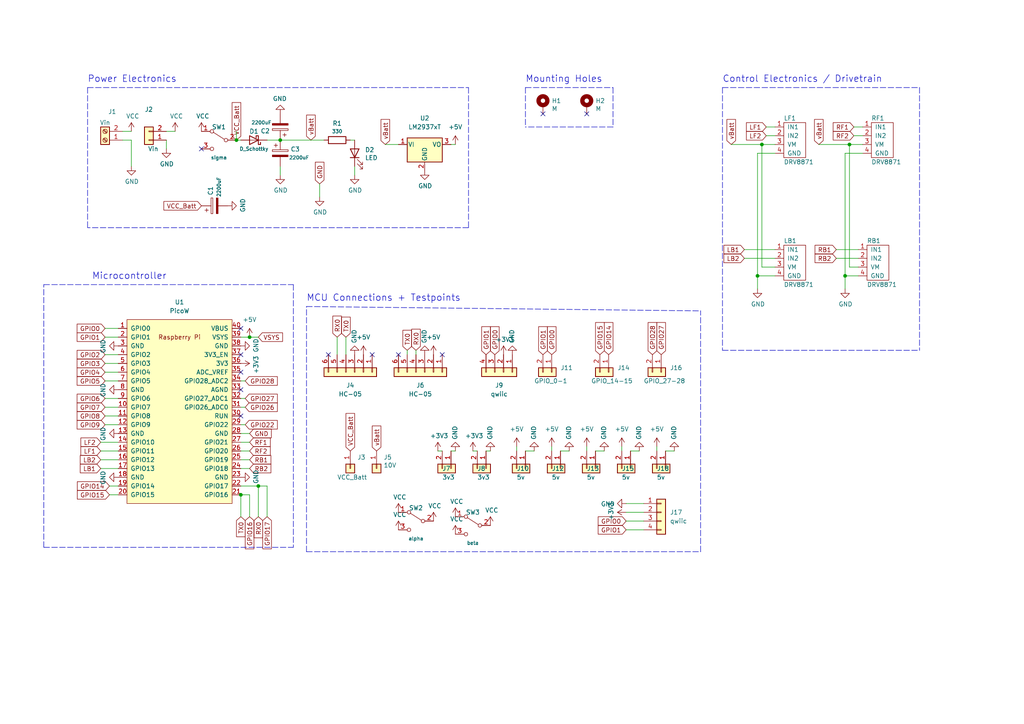
<source format=kicad_sch>
(kicad_sch (version 20211123) (generator eeschema)
  (paper "A4")
  (title_block (title "SDP23_Team5_Coaster") (date "2022-11-22") (rev "v1.0") (company "Qat") (comment 1 "Omar Areiqat") (comment 2 "Referenced from M5 Terrain Buggy"))
  (lib_symbols
    (symbol "Buggy_Components:Adafruit_DRV8871_Breakout" (pin_names (offset 1.016))
      (property "Reference" "A" (at -3.81 6.35 0))
      (property "Value" "Adafruit_DRV8871_Breakout" (at 0 -6.35 0))
      (symbol "Adafruit_DRV8871_Breakout_0_1"
        (rectangle (start -3.81 5.08) (end 2.54 -5.08))
      )
      (symbol "Adafruit_DRV8871_Breakout_1_1"
        (pin input line (at -6.35 3.81 0) (length 2.54) (name "IN1") (number "1"))
        (pin input line (at -6.35 1.27 0) (length 2.54) (name "IN2") (number "2"))
        (pin power_in line (at -6.35 -1.27 0) (length 2.54) (name "VM") (number "3"))
        (pin power_in line (at -6.35 -3.81 0) (length 2.54) (name "GND") (number "4"))
      )
    )
    (symbol "Connector:Screw_Terminal_01x02" (pin_names (offset 1.016) hide)
      (property "Reference" "J" (at 0 2.54 0))
      (property "Value" "Screw_Terminal_01x02" (at 0 -5.08 0))
      (symbol "Screw_Terminal_01x02_1_1"
        (rectangle (start -1.27 1.27) (end 1.27 -3.81) (stroke (width 0.254)) (fill (type background)))
        (circle (center 0 -2.54) (radius 0.635) (stroke (width 0.1524)))
        (polyline (pts (xy -0.5334 -2.2098) (xy 0.3302 -3.048)) (stroke (width 0.1524)))
        (polyline (pts (xy -0.5334 0.3302) (xy 0.3302 -0.508)) (stroke (width 0.1524)))
        (polyline (pts (xy -0.3556 -2.032) (xy 0.508 -2.8702)) (stroke (width 0.1524)))
        (polyline (pts (xy -0.3556 0.508) (xy 0.508 -0.3302)) (stroke (width 0.1524)))
        (circle (center 0 0) (radius 0.635) (stroke (width 0.1524)))
        (pin passive line (at -5.08 0 0) (length 3.81) (name "Pin_1") (number "1"))
        (pin passive line (at -5.08 -2.54 0) (length 3.81) (name "Pin_2") (number "2"))
      )
    )
    (symbol "Connector_Generic:Conn_01x01" (pin_names (offset 1.016) hide)
      (property "Reference" "J" (at 0 2.54 0))
      (property "Value" "Conn_01x01" (at 0 -2.54 0))
      (symbol "Conn_01x01_1_1"
        (rectangle (start -1.27 0.127) (end 0 -0.127) (stroke (width 0.1524)))
        (rectangle (start -1.27 1.27) (end 1.27 -1.27) (stroke (width 0.254)) (fill (type background)))
        (pin passive line (at -5.08 0 0) (length 3.81) (name "Pin_1") (number "1"))
      )
    )
    (symbol "Connector_Generic:Conn_01x02" (pin_names (offset 1.016) hide)
      (property "Reference" "J" (at 0 2.54 0))
      (property "Value" "Conn_01x02" (at 0 -5.08 0))
      (symbol "Conn_01x02_1_1"
        (rectangle (start -1.27 -2.413) (end 0 -2.667) (stroke (width 0.1524)))
        (rectangle (start -1.27 0.127) (end 0 -0.127) (stroke (width 0.1524)))
        (rectangle (start -1.27 1.27) (end 1.27 -3.81) (stroke (width 0.254)) (fill (type background)))
        (pin passive line (at -5.08 0 0) (length 3.81) (name "Pin_1") (number "1"))
        (pin passive line (at -5.08 -2.54 0) (length 3.81) (name "Pin_2") (number "2"))
      )
    )
    (symbol "Connector_Generic:Conn_01x04" (pin_names (offset 1.016) hide)
      (property "Reference" "J" (at 0 5.08 0))
      (property "Value" "Conn_01x04" (at 0 -7.62 0))
      (symbol "Conn_01x04_1_1"
        (rectangle (start -1.27 -4.953) (end 0 -5.207) (stroke (width 0.1524)))
        (rectangle (start -1.27 -2.413) (end 0 -2.667) (stroke (width 0.1524)))
        (rectangle (start -1.27 0.127) (end 0 -0.127) (stroke (width 0.1524)))
        (rectangle (start -1.27 2.667) (end 0 2.413) (stroke (width 0.1524)))
        (rectangle (start -1.27 3.81) (end 1.27 -6.35) (stroke (width 0.254)) (fill (type background)))
        (pin passive line (at -5.08 2.54 0) (length 3.81) (name "Pin_1") (number "1"))
        (pin passive line (at -5.08 0 0) (length 3.81) (name "Pin_2") (number "2"))
        (pin passive line (at -5.08 -2.54 0) (length 3.81) (name "Pin_3") (number "3"))
        (pin passive line (at -5.08 -5.08 0) (length 3.81) (name "Pin_4") (number "4"))
      )
    )
    (symbol "Connector_Generic:Conn_01x06" (pin_names (offset 1.016) hide)
      (property "Reference" "J" (at 0 7.62 0))
      (property "Value" "Conn_01x06" (at 0 -10.16 0))
      (symbol "Conn_01x06_1_1"
        (rectangle (start -1.27 -7.493) (end 0 -7.747) (stroke (width 0.1524)))
        (rectangle (start -1.27 -4.953) (end 0 -5.207) (stroke (width 0.1524)))
        (rectangle (start -1.27 -2.413) (end 0 -2.667) (stroke (width 0.1524)))
        (rectangle (start -1.27 0.127) (end 0 -0.127) (stroke (width 0.1524)))
        (rectangle (start -1.27 2.667) (end 0 2.413) (stroke (width 0.1524)))
        (rectangle (start -1.27 5.207) (end 0 4.953) (stroke (width 0.1524)))
        (rectangle (start -1.27 6.35) (end 1.27 -8.89) (stroke (width 0.254)) (fill (type background)))
        (pin passive line (at -5.08 5.08 0) (length 3.81) (name "Pin_1") (number "1"))
        (pin passive line (at -5.08 2.54 0) (length 3.81) (name "Pin_2") (number "2"))
        (pin passive line (at -5.08 0 0) (length 3.81) (name "Pin_3") (number "3"))
        (pin passive line (at -5.08 -2.54 0) (length 3.81) (name "Pin_4") (number "4"))
        (pin passive line (at -5.08 -5.08 0) (length 3.81) (name "Pin_5") (number "5"))
        (pin passive line (at -5.08 -7.62 0) (length 3.81) (name "Pin_6") (number "6"))
      )
    )
    (symbol "Device:D_Schottky" (pin_numbers hide) (pin_names (offset 1.016) hide)
      (property "Reference" "D" (at 0 2.54 0))
      (property "Value" "D_Schottky" (at 0 -2.54 0))
      (symbol "D_Schottky_0_1"
        (polyline (pts (xy 1.27 0) (xy -1.27 0)))
        (polyline (pts (xy 1.27 1.27) (xy 1.27 -1.27) (xy -1.27 0) (xy 1.27 1.27)) (stroke (width 0.254)))
        (polyline (pts (xy -1.905 0.635) (xy -1.905 1.27) (xy -1.27 1.27) (xy -1.27 -1.27) (xy -0.635 -1.27) (xy -0.635 -0.635)) (stroke (width 0.254)))
      )
      (symbol "D_Schottky_1_1"
        (pin passive line (at -3.81 0 0) (length 2.54) (name "K") (number "1"))
        (pin passive line (at 3.81 0 180) (length 2.54) (name "A") (number "2"))
      )
    )
    (symbol "Device:LED" (pin_numbers hide) (pin_names (offset 1.016) hide)
      (property "Reference" "D" (at 0 2.54 0))
      (property "Value" "LED" (at 0 -2.54 0))
      (symbol "LED_0_1"
        (polyline (pts (xy -1.27 -1.27) (xy -1.27 1.27)) (stroke (width 0.254)))
        (polyline (pts (xy -1.27 0) (xy 1.27 0)))
        (polyline (pts (xy 1.27 -1.27) (xy 1.27 1.27) (xy -1.27 0) (xy 1.27 -1.27)) (stroke (width 0.254)))
        (polyline (pts (xy -3.048 -0.762) (xy -4.572 -2.286) (xy -3.81 -2.286) (xy -4.572 -2.286) (xy -4.572 -1.524)))
        (polyline (pts (xy -1.778 -0.762) (xy -3.302 -2.286) (xy -2.54 -2.286) (xy -3.302 -2.286) (xy -3.302 -1.524)))
      )
      (symbol "LED_1_1"
        (pin passive line (at -3.81 0 0) (length 2.54) (name "K") (number "1"))
        (pin passive line (at 3.81 0 180) (length 2.54) (name "A") (number "2"))
      )
    )
    (symbol "Device:R" (pin_numbers hide) (pin_names (offset 0))
      (property "Reference" "R" (at 2.032 0 90))
      (property "Value" "R" (at 0 0 90))
      (symbol "R_0_1"
        (rectangle (start -1.016 -2.54) (end 1.016 2.54) (stroke (width 0.254)))
      )
      (symbol "R_1_1"
        (pin passive line (at 0 3.81 270) (length 1.27) (name "~") (number "1"))
        (pin passive line (at 0 -3.81 90) (length 1.27) (name "~") (number "2"))
      )
    )
    (symbol "M5_BuggyProject-rescue:+3.3V-power" (power) (pin_names (offset 0))
      (property "Value" "+3.3V-power" (at 0 3.556 0))
      (symbol "+3.3V-power_0_1"
        (polyline (pts (xy -0.762 1.27) (xy 0 2.54)))
        (polyline (pts (xy 0 0) (xy 0 2.54)))
        (polyline (pts (xy 0 2.54) (xy 0.762 1.27)))
      )
      (symbol "+3.3V-power_1_1"
        (pin power_in line (at 0 0 90) (length 0) hide (name "+3V3") (number "1"))
      )
    )
    (symbol "M5_BuggyProject-rescue:CP-Device" (pin_numbers hide) (pin_names (offset 0.254))
      (property "Reference" "C" (at 0.635 2.54 0))
      (property "Value" "CP-Device" (at 0.635 -2.54 0))
      (symbol "CP-Device_0_1"
        (rectangle (start -2.286 0.508) (end 2.286 1.016))
        (polyline (pts (xy -1.778 2.286) (xy -0.762 2.286)))
        (polyline (pts (xy -1.27 2.794) (xy -1.27 1.778)))
        (rectangle (start 2.286 -0.508) (end -2.286 -1.016) (fill (type outline)))
      )
      (symbol "CP-Device_1_1"
        (pin passive line (at 0 3.81 270) (length 2.794) (name "~") (number "1"))
        (pin passive line (at 0 -3.81 90) (length 2.794) (name "~") (number "2"))
      )
    )
    (symbol "Mechanical:MountingHole_Pad" (pin_numbers hide) (pin_names (offset 1.016) hide)
      (property "Reference" "H" (at 0 6.35 0))
      (property "Value" "MountingHole_Pad" (at 0 4.445 0))
      (symbol "MountingHole_Pad_0_1"
        (circle (center 0 1.27) (radius 1.27) (stroke (width 1.27)))
      )
      (symbol "MountingHole_Pad_1_1"
        (pin input line (at 0 -2.54 90) (length 2.54) (name "1") (number "1"))
      )
    )
    (symbol "RPi_Pico:PicoW" (pin_names (offset 1.016))
      (property "Reference" "U1" (at 0 31.75 0))
      (property "Value" "PicoW" (at 0 29.21 0))
      (symbol "PicoW_0_0"
        (text "Raspberry Pi" (at 0 21.59 0) (effects (font (size 1.27 1.27))))
      )
      (symbol "PicoW_0_1"
        (rectangle (start -15.24 26.67) (end 15.24 -26.67) (fill (type background)))
      )
      (symbol "PicoW_1_1"
        (pin bidirectional line (at -17.78 24.13 0) (length 2.54) (name "GPIO0") (number "1"))
        (pin bidirectional line (at -17.78 1.27 0) (length 2.54) (name "GPIO7") (number "10"))
        (pin bidirectional line (at -17.78 -1.27 0) (length 2.54) (name "GPIO8") (number "11"))
        (pin bidirectional line (at -17.78 -3.81 0) (length 2.54) (name "GPIO9") (number "12"))
        (pin power_in line (at -17.78 -6.35 0) (length 2.54) (name "GND") (number "13"))
        (pin bidirectional line (at -17.78 -8.89 0) (length 2.54) (name "GPIO10") (number "14"))
        (pin bidirectional line (at -17.78 -11.43 0) (length 2.54) (name "GPIO11") (number "15"))
        (pin bidirectional line (at -17.78 -13.97 0) (length 2.54) (name "GPIO12") (number "16"))
        (pin bidirectional line (at -17.78 -16.51 0) (length 2.54) (name "GPIO13") (number "17"))
        (pin power_in line (at -17.78 -19.05 0) (length 2.54) (name "GND") (number "18"))
        (pin bidirectional line (at -17.78 -21.59 0) (length 2.54) (name "GPIO14") (number "19"))
        (pin bidirectional line (at -17.78 21.59 0) (length 2.54) (name "GPIO1") (number "2"))
        (pin bidirectional line (at -17.78 -24.13 0) (length 2.54) (name "GPIO15") (number "20"))
        (pin bidirectional line (at 17.78 -24.13 180) (length 2.54) (name "GPIO16") (number "21"))
        (pin bidirectional line (at 17.78 -21.59 180) (length 2.54) (name "GPIO17") (number "22"))
        (pin power_in line (at 17.78 -19.05 180) (length 2.54) (name "GND") (number "23"))
        (pin bidirectional line (at 17.78 -16.51 180) (length 2.54) (name "GPIO18") (number "24"))
        (pin bidirectional line (at 17.78 -13.97 180) (length 2.54) (name "GPIO19") (number "25"))
        (pin bidirectional line (at 17.78 -11.43 180) (length 2.54) (name "GPIO20") (number "26"))
        (pin bidirectional line (at 17.78 -8.89 180) (length 2.54) (name "GPIO21") (number "27"))
        (pin power_in line (at 17.78 -6.35 180) (length 2.54) (name "GND") (number "28"))
        (pin bidirectional line (at 17.78 -3.81 180) (length 2.54) (name "GPIO22") (number "29"))
        (pin power_in line (at -17.78 19.05 0) (length 2.54) (name "GND") (number "3"))
        (pin input line (at 17.78 -1.27 180) (length 2.54) (name "RUN") (number "30"))
        (pin bidirectional line (at 17.78 1.27 180) (length 2.54) (name "GPIO26_ADC0") (number "31"))
        (pin bidirectional line (at 17.78 3.81 180) (length 2.54) (name "GPIO27_ADC1") (number "32"))
        (pin power_in line (at 17.78 6.35 180) (length 2.54) (name "AGND") (number "33"))
        (pin bidirectional line (at 17.78 8.89 180) (length 2.54) (name "GPIO28_ADC2") (number "34"))
        (pin unspecified line (at 17.78 11.43 180) (length 2.54) (name "ADC_VREF") (number "35"))
        (pin unspecified line (at 17.78 13.97 180) (length 2.54) (name "3V3") (number "36"))
        (pin input line (at 17.78 16.51 180) (length 2.54) (name "3V3_EN") (number "37"))
        (pin bidirectional line (at 17.78 19.05 180) (length 2.54) (name "GND") (number "38"))
        (pin unspecified line (at 17.78 21.59 180) (length 2.54) (name "VSYS") (number "39"))
        (pin bidirectional line (at -17.78 16.51 0) (length 2.54) (name "GPIO2") (number "4"))
        (pin unspecified line (at 17.78 24.13 180) (length 2.54) (name "VBUS") (number "40"))
        (pin bidirectional line (at -17.78 13.97 0) (length 2.54) (name "GPIO3") (number "5"))
        (pin bidirectional line (at -17.78 11.43 0) (length 2.54) (name "GPIO4") (number "6"))
        (pin bidirectional line (at -17.78 8.89 0) (length 2.54) (name "GPIO5") (number "7"))
        (pin power_in line (at -17.78 6.35 0) (length 2.54) (name "GND") (number "8"))
        (pin bidirectional line (at -17.78 3.81 0) (length 2.54) (name "GPIO6") (number "9"))
      )
    )
    (symbol "Regulator_Linear:LM2937xT" (pin_names (offset 0.254))
      (property "Reference" "U" (at -3.81 3.175 0))
      (property "Value" "LM2937xT" (at 0 3.175 0))
      (symbol "LM2937xT_0_1"
        (rectangle (start -5.08 1.905) (end 5.08 -5.08) (stroke (width 0.254)) (fill (type background)))
      )
      (symbol "LM2937xT_1_1"
        (pin power_in line (at -7.62 0 0) (length 2.54) (name "VI") (number "1"))
        (pin power_in line (at 0 -7.62 90) (length 2.54) (name "GND") (number "2"))
        (pin power_out line (at 7.62 0 180) (length 2.54) (name "VO") (number "3"))
      )
    )
    (symbol "Switch:SW_SPDT" (pin_names (offset 0) hide)
      (property "Reference" "SW" (at 0 4.318 0))
      (property "Value" "SW_SPDT" (at 0 -5.08 0))
      (symbol "SW_SPDT_0_0"
        (circle (center -2.032 0) (radius 0.508))
        (circle (center 2.032 -2.54) (radius 0.508))
      )
      (symbol "SW_SPDT_0_1"
        (polyline (pts (xy -1.524 0.254) (xy 1.651 2.286)))
        (circle (center 2.032 2.54) (radius 0.508))
      )
      (symbol "SW_SPDT_1_1"
        (pin passive line (at 5.08 2.54 180) (length 2.54) (name "A") (number "1"))
        (pin passive line (at -5.08 0 0) (length 2.54) (name "B") (number "2"))
        (pin passive line (at 5.08 -2.54 180) (length 2.54) (name "C") (number "3"))
      )
    )
    (symbol "power:+5V" (power) (pin_names (offset 0))
      (property "Value" "+5V" (at 0 3.556 0))
      (symbol "+5V_0_1"
        (polyline (pts (xy -0.762 1.27) (xy 0 2.54)))
        (polyline (pts (xy 0 0) (xy 0 2.54)))
        (polyline (pts (xy 0 2.54) (xy 0.762 1.27)))
      )
      (symbol "+5V_1_1"
        (pin power_in line (at 0 0 90) (length 0) hide (name "+5V") (number "1"))
      )
    )
    (symbol "power:GND" (power) (pin_names (offset 0))
      (property "Value" "GND" (at 0 -3.81 0))
      (symbol "GND_0_1"
        (polyline (pts (xy 0 0) (xy 0 -1.27) (xy 1.27 -1.27) (xy 0 -2.54) (xy -1.27 -1.27) (xy 0 -1.27)))
      )
      (symbol "GND_1_1"
        (pin power_in line (at 0 0 270) (length 0) hide (name "GND") (number "1"))
      )
    )
    (symbol "power:VCC" (power) (pin_names (offset 0))
      (property "Value" "VCC" (at 0 3.81 0))
      (symbol "VCC_0_1"
        (polyline (pts (xy -0.762 1.27) (xy 0 2.54)))
        (polyline (pts (xy 0 0) (xy 0 2.54)))
        (polyline (pts (xy 0 2.54) (xy 0.762 1.27)))
      )
      (symbol "VCC_1_1"
        (pin power_in line (at 0 0 90) (length 0) hide (name "VCC") (number "1"))
      )
    )
  )
  (junction (at 220.98 41.91))
  (junction (at 74.93 140.97))
  (junction (at 219.71 80.01))
  (junction (at 81.28 40.64))
  (junction (at 68.58 40.64))
  (junction (at 72.39 97.79))
  (junction (at 245.11 80.01))
  (junction (at 69.85 143.51))
  (junction (at 246.38 41.91))
  (no_connect (at 69.85 113.03))
  (no_connect (at 170.18 33.02))
  (no_connect (at 95.25 102.87))
  (no_connect (at 128.27 102.87))
  (no_connect (at 58.42 43.18))
  (no_connect (at 157.48 33.02))
  (no_connect (at 107.95 102.87))
  (no_connect (at 115.57 102.87))
  (no_connect (at 69.85 107.95))
  (no_connect (at 69.85 95.25))
  (no_connect (at 69.85 120.65))
  (no_connect (at 69.85 102.87))
  (wire (pts (xy 69.85 97.79) (xy 72.39 97.79)))
  (wire (pts (xy 92.71 53.34) (xy 92.71 57.15)))
  (wire (pts (xy 29.21 135.89) (xy 34.29 135.89)))
  (wire (pts (xy 127 130.81) (xy 128.27 130.81)))
  (wire (pts (xy 246.38 41.91) (xy 246.38 77.47)))
  (wire (pts (xy 181.61 153.67) (xy 186.69 153.67)))
  (polyline (pts (xy 25.4 25.4) (xy 25.4 66.04)))
  (wire (pts (xy 74.93 140.97) (xy 69.85 140.97)))
  (wire (pts (xy 29.21 128.27) (xy 34.29 128.27)))
  (polyline (pts (xy 177.8 25.4) (xy 177.8 36.83)))
  (wire (pts (xy 224.79 36.83) (xy 222.25 36.83)))
  (wire (pts (xy 30.48 95.25) (xy 34.29 95.25)))
  (wire (pts (xy 120.65 101.6) (xy 120.65 102.87)))
  (wire (pts (xy 72.39 130.81) (xy 69.85 130.81)))
  (wire (pts (xy 154.94 130.81) (xy 152.4 130.81)))
  (wire (pts (xy 175.26 130.81) (xy 172.72 130.81)))
  (wire (pts (xy 250.19 41.91) (xy 246.38 41.91)))
  (wire (pts (xy 69.85 143.51) (xy 69.85 149.86)))
  (wire (pts (xy 35.56 38.1) (xy 38.1 38.1)))
  (wire (pts (xy 245.11 44.45) (xy 245.11 80.01)))
  (wire (pts (xy 160.02 129.54) (xy 160.02 130.81)))
  (wire (pts (xy 30.48 102.87) (xy 34.29 102.87)))
  (wire (pts (xy 250.19 36.83) (xy 247.65 36.83)))
  (wire (pts (xy 48.26 43.18) (xy 48.26 40.64)))
  (wire (pts (xy 72.39 143.51) (xy 69.85 143.51)))
  (wire (pts (xy 242.57 72.39) (xy 248.92 72.39)))
  (polyline (pts (xy 209.55 25.4) (xy 266.7 25.4)))
  (polyline (pts (xy 135.89 66.04) (xy 25.4 66.04)))
  (wire (pts (xy 102.87 48.26) (xy 102.87 50.8)))
  (wire (pts (xy 215.9 72.39) (xy 224.79 72.39)))
  (wire (pts (xy 215.9 74.93) (xy 224.79 74.93)))
  (wire (pts (xy 72.39 125.73) (xy 69.85 125.73)))
  (polyline (pts (xy 177.8 36.83) (xy 152.4 36.83)))
  (polyline (pts (xy 152.4 25.4) (xy 152.4 36.83)))
  (wire (pts (xy 71.12 115.57) (xy 69.85 115.57)))
  (wire (pts (xy 237.49 41.91) (xy 246.38 41.91)))
  (wire (pts (xy 72.39 149.86) (xy 72.39 143.51)))
  (wire (pts (xy 77.47 149.86) (xy 77.47 140.97)))
  (wire (pts (xy 81.28 40.64) (xy 93.98 40.64)))
  (wire (pts (xy 69.85 40.64) (xy 68.58 40.64)))
  (polyline (pts (xy 135.89 25.4) (xy 135.89 66.04)))
  (wire (pts (xy 35.56 40.64) (xy 38.1 40.64)))
  (wire (pts (xy 72.39 128.27) (xy 69.85 128.27)))
  (wire (pts (xy 71.12 110.49) (xy 69.85 110.49)))
  (wire (pts (xy 185.42 130.81) (xy 182.88 130.81)))
  (wire (pts (xy 219.71 80.01) (xy 224.79 80.01)))
  (wire (pts (xy 224.79 41.91) (xy 220.98 41.91)))
  (wire (pts (xy 31.75 143.51) (xy 34.29 143.51)))
  (wire (pts (xy 137.16 130.81) (xy 138.43 130.81)))
  (wire (pts (xy 29.21 133.35) (xy 34.29 133.35)))
  (wire (pts (xy 111.76 41.91) (xy 115.57 41.91)))
  (wire (pts (xy 132.08 41.91) (xy 130.81 41.91)))
  (wire (pts (xy 77.47 140.97) (xy 74.93 140.97)))
  (wire (pts (xy 30.48 107.95) (xy 34.29 107.95)))
  (wire (pts (xy 30.48 97.79) (xy 34.29 97.79)))
  (wire (pts (xy 71.12 118.11) (xy 69.85 118.11)))
  (wire (pts (xy 30.48 115.57) (xy 34.29 115.57)))
  (wire (pts (xy 181.61 146.05) (xy 186.69 146.05)))
  (wire (pts (xy 246.38 77.47) (xy 248.92 77.47)))
  (polyline (pts (xy 12.7 158.75) (xy 12.7 82.55)))
  (wire (pts (xy 74.93 149.86) (xy 74.93 140.97)))
  (wire (pts (xy 220.98 77.47) (xy 224.79 77.47)))
  (wire (pts (xy 149.86 129.54) (xy 149.86 130.81)))
  (wire (pts (xy 68.58 40.64) (xy 68.58 38.1)))
  (wire (pts (xy 29.21 130.81) (xy 34.29 130.81)))
  (wire (pts (xy 38.1 40.64) (xy 38.1 48.26)))
  (wire (pts (xy 250.19 44.45) (xy 245.11 44.45)))
  (wire (pts (xy 181.61 148.59) (xy 186.69 148.59)))
  (polyline (pts (xy 209.55 25.4) (xy 209.55 101.6)))
  (polyline (pts (xy 12.7 82.55) (xy 85.09 82.55)))
  (polyline (pts (xy 88.9 88.9) (xy 203.2 90.17)))
  (wire (pts (xy 72.39 135.89) (xy 69.85 135.89)))
  (wire (pts (xy 224.79 39.37) (xy 222.25 39.37)))
  (wire (pts (xy 77.47 40.64) (xy 81.28 40.64)))
  (wire (pts (xy 219.71 80.01) (xy 219.71 83.82)))
  (wire (pts (xy 132.08 130.81) (xy 130.81 130.81)))
  (wire (pts (xy 30.48 123.19) (xy 34.29 123.19)))
  (wire (pts (xy 224.79 44.45) (xy 219.71 44.45)))
  (wire (pts (xy 30.48 120.65) (xy 34.29 120.65)))
  (wire (pts (xy 170.18 129.54) (xy 170.18 130.81)))
  (wire (pts (xy 71.12 123.19) (xy 69.85 123.19)))
  (polyline (pts (xy 88.9 160.02) (xy 203.2 160.02)))
  (wire (pts (xy 180.34 129.54) (xy 180.34 130.81)))
  (wire (pts (xy 245.11 80.01) (xy 248.92 80.01)))
  (wire (pts (xy 31.75 140.97) (xy 34.29 140.97)))
  (polyline (pts (xy 266.7 25.4) (xy 266.7 101.6)))
  (wire (pts (xy 219.71 44.45) (xy 219.71 80.01)))
  (wire (pts (xy 250.19 39.37) (xy 247.65 39.37)))
  (wire (pts (xy 97.79 97.79) (xy 97.79 102.87)))
  (polyline (pts (xy 12.7 158.75) (xy 85.09 158.75)))
  (wire (pts (xy 30.48 118.11) (xy 34.29 118.11)))
  (wire (pts (xy 118.11 101.6) (xy 118.11 102.87)))
  (wire (pts (xy 30.48 105.41) (xy 34.29 105.41)))
  (wire (pts (xy 245.11 80.01) (xy 245.11 83.82)))
  (wire (pts (xy 212.09 41.91) (xy 220.98 41.91)))
  (polyline (pts (xy 25.4 25.4) (xy 135.89 25.4)))
  (polyline (pts (xy 85.09 82.55) (xy 85.09 158.75)))
  (wire (pts (xy 72.39 133.35) (xy 69.85 133.35)))
  (wire (pts (xy 102.87 40.64) (xy 101.6 40.64)))
  (polyline (pts (xy 209.55 101.6) (xy 266.7 101.6)))
  (wire (pts (xy 242.57 74.93) (xy 248.92 74.93)))
  (wire (pts (xy 220.98 41.91) (xy 220.98 77.47)))
  (wire (pts (xy 100.33 97.79) (xy 100.33 102.87)))
  (wire (pts (xy 181.61 151.13) (xy 186.69 151.13)))
  (wire (pts (xy 142.24 130.81) (xy 140.97 130.81)))
  (wire (pts (xy 72.39 97.79) (xy 74.93 97.79)))
  (wire (pts (xy 190.5 129.54) (xy 190.5 130.81)))
  (wire (pts (xy 30.48 110.49) (xy 34.29 110.49)))
  (wire (pts (xy 81.28 48.26) (xy 81.28 50.8)))
  (wire (pts (xy 195.58 130.81) (xy 193.04 130.81)))
  (polyline (pts (xy 203.2 160.02) (xy 203.2 90.17)))
  (wire (pts (xy 165.1 130.81) (xy 162.56 130.81)))
  (polyline (pts (xy 88.9 160.02) (xy 88.9 88.9)))
  (wire (pts (xy 50.8 38.1) (xy 48.26 38.1)))
  (polyline (pts (xy 152.4 25.4) (xy 177.8 25.4)))
  (text "MCU Connections + Testpoints" (at 88.9 87.63 0) (effects (font (size 1.905 1.905)) (justify left bottom)))
  (text "Control Electronics / Drivetrain" (at 209.55 24.13 0) (effects (font (size 1.905 1.905)) (justify left bottom)))
  (text "Power Electronics\n" (at 25.4 24.13 0) (effects (font (size 1.905 1.905)) (justify left bottom)))
  (text "Mounting Holes" (at 152.4 24.13 0) (effects (font (size 1.905 1.905)) (justify left bottom)))
  (text "Microcontroller" (at 26.67 81.28 0) (effects (font (size 1.905 1.905)) (justify left bottom)))
  (global_label "GPIO26" (shape input) (at 71.12 118.11 0) (property "Intersheet References" "${INTERSHEET_REFS}" (effects hide)))
  (global_label "GPIO14" (shape input) (at 176.53 102.87 90) (property "Intersheet References" "${INTERSHEET_REFS}" (effects hide)))
  (global_label "vBatt" (shape input) (at 111.76 41.91 90) (property "Intersheet References" "${INTERSHEET_REFS}" (effects hide)))
  (global_label "GPIO1" (shape input) (at 30.48 97.79 180) (property "Intersheet References" "${INTERSHEET_REFS}" (effects hide)))
  (global_label "GPIO28" (shape input) (at 71.12 110.49 0) (property "Intersheet References" "${INTERSHEET_REFS}" (effects hide)))
  (global_label "TX0" (shape input) (at 118.11 101.6 90) (property "Intersheet References" "${INTERSHEET_REFS}" (effects hide)))
  (global_label "LF2" (shape input) (at 222.25 39.37 180) (property "Intersheet References" "${INTERSHEET_REFS}" (effects hide)))
  (global_label "VCC_Batt" (shape input) (at 58.42 59.69 180) (property "Intersheet References" "${INTERSHEET_REFS}" (effects hide)))
  (global_label "RF2" (shape input) (at 72.39 130.81 0) (property "Intersheet References" "${INTERSHEET_REFS}" (effects hide)))
  (global_label "GPIO5" (shape input) (at 30.48 110.49 180) (property "Intersheet References" "${INTERSHEET_REFS}" (effects hide)))
  (global_label "RB1" (shape input) (at 72.39 133.35 0) (property "Intersheet References" "${INTERSHEET_REFS}" (effects hide)))
  (global_label "VSYS" (shape input) (at 74.93 97.79 0) (property "Intersheet References" "${INTERSHEET_REFS}" (effects hide)))
  (global_label "GPIO1" (shape input) (at 181.61 153.67 180) (property "Intersheet References" "${INTERSHEET_REFS}" (effects hide)))
  (global_label "GPIO0" (shape input) (at 181.61 151.13 180) (property "Intersheet References" "${INTERSHEET_REFS}" (effects hide)))
  (global_label "RB2" (shape input) (at 242.57 74.93 180) (property "Intersheet References" "${INTERSHEET_REFS}" (effects hide)))
  (global_label "GND" (shape input) (at 92.71 53.34 90) (property "Intersheet References" "${INTERSHEET_REFS}" (effects hide)))
  (global_label "GPIO9" (shape input) (at 30.48 123.19 180) (property "Intersheet References" "${INTERSHEET_REFS}" (effects hide)))
  (global_label "LF1" (shape input) (at 222.25 36.83 180) (property "Intersheet References" "${INTERSHEET_REFS}" (effects hide)))
  (global_label "GPIO27" (shape input) (at 191.77 102.87 90) (property "Intersheet References" "${INTERSHEET_REFS}" (effects hide)))
  (global_label "GPIO0" (shape input) (at 160.02 102.87 90) (property "Intersheet References" "${INTERSHEET_REFS}" (effects hide)))
  (global_label "GPIO4" (shape input) (at 30.48 107.95 180) (property "Intersheet References" "${INTERSHEET_REFS}" (effects hide)))
  (global_label "TX0" (shape input) (at 69.85 149.86 270) (property "Intersheet References" "${INTERSHEET_REFS}" (effects hide)))
  (global_label "RF2" (shape input) (at 247.65 39.37 180) (property "Intersheet References" "${INTERSHEET_REFS}" (effects hide)))
  (global_label "LB1" (shape input) (at 29.21 135.89 180) (property "Intersheet References" "${INTERSHEET_REFS}" (effects hide)))
  (global_label "RB1" (shape input) (at 242.57 72.39 180) (property "Intersheet References" "${INTERSHEET_REFS}" (effects hide)))
  (global_label "RX0" (shape input) (at 97.79 97.79 90) (property "Intersheet References" "${INTERSHEET_REFS}" (effects hide)))
  (global_label "GPIO27" (shape input) (at 71.12 115.57 0) (property "Intersheet References" "${INTERSHEET_REFS}" (effects hide)))
  (global_label "GPIO2" (shape input) (at 30.48 102.87 180) (property "Intersheet References" "${INTERSHEET_REFS}" (effects hide)))
  (global_label "GPIO3" (shape input) (at 30.48 105.41 180) (property "Intersheet References" "${INTERSHEET_REFS}" (effects hide)))
  (global_label "GPIO14" (shape input) (at 31.75 140.97 180) (property "Intersheet References" "${INTERSHEET_REFS}" (effects hide)))
  (global_label "LB1" (shape input) (at 215.9 72.39 180) (property "Intersheet References" "${INTERSHEET_REFS}" (effects hide)))
  (global_label "vBatt" (shape input) (at 237.49 41.91 90) (property "Intersheet References" "${INTERSHEET_REFS}" (effects hide)))
  (global_label "TX0" (shape input) (at 100.33 97.79 90) (property "Intersheet References" "${INTERSHEET_REFS}" (effects hide)))
  (global_label "LB2" (shape input) (at 215.9 74.93 180) (property "Intersheet References" "${INTERSHEET_REFS}" (effects hide)))
  (global_label "GPIO0" (shape input) (at 30.48 95.25 180) (property "Intersheet References" "${INTERSHEET_REFS}" (effects hide)))
  (global_label "RX0" (shape input) (at 74.93 149.86 270) (property "Intersheet References" "${INTERSHEET_REFS}" (effects hide)))
  (global_label "vBatt" (shape input) (at 212.09 41.91 90) (property "Intersheet References" "${INTERSHEET_REFS}" (effects hide)))
  (global_label "RB2" (shape input) (at 72.39 135.89 0) (property "Intersheet References" "${INTERSHEET_REFS}" (effects hide)))
  (global_label "GPIO17" (shape input) (at 77.47 149.86 270) (property "Intersheet References" "${INTERSHEET_REFS}" (effects hide)))
  (global_label "GPIO22" (shape input) (at 71.12 123.19 0) (property "Intersheet References" "${INTERSHEET_REFS}" (effects hide)))
  (global_label "LF1" (shape input) (at 29.21 130.81 180) (property "Intersheet References" "${INTERSHEET_REFS}" (effects hide)))
  (global_label "RF1" (shape input) (at 72.39 128.27 0) (property "Intersheet References" "${INTERSHEET_REFS}" (effects hide)))
  (global_label "VCC_Batt" (shape input) (at 101.6 130.81 90) (property "Intersheet References" "${INTERSHEET_REFS}" (effects hide)))
  (global_label "LF2" (shape input) (at 29.21 128.27 180) (property "Intersheet References" "${INTERSHEET_REFS}" (effects hide)))
  (global_label "GPIO28" (shape input) (at 189.23 102.87 90) (property "Intersheet References" "${INTERSHEET_REFS}" (effects hide)))
  (global_label "GPIO6" (shape input) (at 30.48 115.57 180) (property "Intersheet References" "${INTERSHEET_REFS}" (effects hide)))
  (global_label "GND" (shape input) (at 72.39 125.73 0) (property "Intersheet References" "${INTERSHEET_REFS}" (effects hide)))
  (global_label "vBatt" (shape input) (at 109.22 130.81 90) (property "Intersheet References" "${INTERSHEET_REFS}" (effects hide)))
  (global_label "GPIO16" (shape input) (at 72.39 149.86 270) (property "Intersheet References" "${INTERSHEET_REFS}" (effects hide)))
  (global_label "GPIO8" (shape input) (at 30.48 120.65 180) (property "Intersheet References" "${INTERSHEET_REFS}" (effects hide)))
  (global_label "GPIO7" (shape input) (at 30.48 118.11 180) (property "Intersheet References" "${INTERSHEET_REFS}" (effects hide)))
  (global_label "RX0" (shape input) (at 120.65 101.6 90) (property "Intersheet References" "${INTERSHEET_REFS}" (effects hide)))
  (global_label "GPIO0" (shape input) (at 143.51 102.87 90) (property "Intersheet References" "${INTERSHEET_REFS}" (effects hide)))
  (global_label "vBatt" (shape input) (at 90.17 40.64 90) (property "Intersheet References" "${INTERSHEET_REFS}" (effects hide)))
  (global_label "GPIO1" (shape input) (at 140.97 102.87 90) (property "Intersheet References" "${INTERSHEET_REFS}" (effects hide)))
  (global_label "VCC_Batt" (shape input) (at 68.58 40.64 90) (property "Intersheet References" "${INTERSHEET_REFS}" (effects hide)))
  (global_label "GPIO15" (shape input) (at 31.75 143.51 180) (property "Intersheet References" "${INTERSHEET_REFS}" (effects hide)))
  (global_label "GPIO15" (shape input) (at 173.99 102.87 90) (property "Intersheet References" "${INTERSHEET_REFS}" (effects hide)))
  (global_label "GPIO1" (shape input) (at 157.48 102.87 90) (property "Intersheet References" "${INTERSHEET_REFS}" (effects hide)))
  (global_label "RF1" (shape input) (at 247.65 36.83 180) (property "Intersheet References" "${INTERSHEET_REFS}" (effects hide)))
  (global_label "LB2" (shape input) (at 29.21 133.35 180) (property "Intersheet References" "${INTERSHEET_REFS}" (effects hide)))
  (symbol (lib_id "Buggy_Components:Adafruit_DRV8871_Breakout") (at 231.14 40.64 0) (unit 1)
    (property "Reference" "LF1" (at 227.33 34.29 0) (effects (justify left)))
    (property "Value" "DRV8871" (at 227.33 46.99 0) (effects (justify left)))
    (property "Footprint" "Connector_PinSocket_2.54mm:PinSocket_1x04_P2.54mm_Vertical" (effects hide))
  )
  (symbol (lib_id "Buggy_Components:Adafruit_DRV8871_Breakout") (at 255.27 76.2 0) (unit 1)
    (property "Reference" "RB1" (at 251.46 69.85 0) (effects (justify left)))
    (property "Value" "DRV8871" (at 251.46 82.55 0) (effects (justify left)))
    (property "Footprint" "Connector_PinSocket_2.54mm:PinSocket_1x04_P2.54mm_Vertical" (effects hide))
  )
  (symbol (lib_id "Buggy_Components:Adafruit_DRV8871_Breakout") (at 231.14 76.2 0) (unit 1)
    (property "Reference" "LB1" (at 227.33 69.85 0) (effects (justify left)))
    (property "Value" "DRV8871" (at 227.33 82.55 0) (effects (justify left)))
    (property "Footprint" "Connector_PinSocket_2.54mm:PinSocket_1x04_P2.54mm_Vertical" (effects hide))
  )
  (symbol (lib_id "power:GND") (at 219.71 83.82 0) (unit 1)
    (property "Reference" "#PWR049" (effects hide))
    (property "Value" "GND" (at 219.837 88.2142 0))
  )
  (symbol (lib_id "power:GND") (at 245.11 83.82 0) (unit 1)
    (property "Reference" "#PWR050" (effects hide))
    (property "Value" "GND" (at 245.237 88.2142 0))
  )
  (symbol (lib_id "power:GND") (at 38.1 48.26 0) (unit 1)
    (property "Reference" "#PWR06" (effects hide))
    (property "Value" "GND" (at 38.227 52.6542 0))
  )
  (symbol (lib_id "Buggy_Components:Adafruit_DRV8871_Breakout") (at 256.54 40.64 0) (unit 1)
    (property "Reference" "RF1" (at 252.73 34.29 0) (effects (justify left)))
    (property "Value" "DRV8871" (at 252.73 46.99 0) (effects (justify left)))
    (property "Footprint" "Connector_PinSocket_2.54mm:PinSocket_1x04_P2.54mm_Vertical" (effects hide))
  )
  (symbol (lib_id "M5_BuggyProject-rescue:CP-Device") (at 81.28 44.45 0) (unit 1)
    (property "Reference" "C3" (at 84.2772 43.2816 0) (effects (justify left)))
    (property "Value" "2200uF" (at 83.82 45.72 0) (effects (font (size 1.016 1.016)) (justify left)))
    (property "Footprint" "Capacitor_THT:CP_Radial_D10.0mm_P5.00mm" (effects hide))
  )
  (symbol (lib_id "Device:R") (at 97.79 40.64 270) (unit 1)
    (property "Reference" "R1" (at 97.79 35.7886 90))
    (property "Value" "330" (at 97.79 38.1 90) (effects (font (size 1.016 1.016))))
    (property "Footprint" "Resistor_THT:R_Axial_DIN0204_L3.6mm_D1.6mm_P7.62mm_Horizontal" (effects hide))
  )
  (symbol (lib_id "Device:LED") (at 102.87 44.45 90) (unit 1)
    (property "Reference" "D2" (at 105.8672 43.4594 90) (effects (justify right)))
    (property "Value" "LED" (at 105.8672 45.7708 90) (effects (justify right)))
    (property "Footprint" "LED_THT:LED_D3.0mm" (effects hide))
  )
  (symbol (lib_id "Connector:Screw_Terminal_01x02") (at 30.48 40.64 180) (unit 1)
    (property "Reference" "J1" (at 32.5628 32.385 0))
    (property "Value" "Vin" (at 30.48 35.56 0))
    (property "Footprint" "Connector_AMASS:AMASS_XT60-M_1x02_P7.20mm_Vertical" (effects hide))
  )
  (symbol (lib_id "Device:D_Schottky") (at 73.66 40.64 180) (unit 1)
    (property "Reference" "D1" (at 73.66 38.1 0))
    (property "Value" "D_Schottky" (at 73.66 43.18 0) (effects (font (size 1.016 1.016))))
    (property "Footprint" "Package_TO_SOT_THT:TO-220-2_Vertical" (effects hide))
  )
  (symbol (lib_id "power:VCC") (at 38.1 38.1 0) (unit 1)
    (property "Reference" "#PWR05" (effects hide))
    (property "Value" "VCC" (at 38.481 33.7058 0))
  )
  (symbol (lib_id "power:GND") (at 81.28 50.8 0) (unit 1)
    (property "Reference" "#PWR016" (effects hide))
    (property "Value" "GND" (at 81.407 55.1942 0))
  )
  (symbol (lib_id "power:GND") (at 102.87 50.8 0) (unit 1)
    (property "Reference" "#PWR018" (effects hide))
    (property "Value" "GND" (at 102.997 55.1942 0))
  )
  (symbol (lib_id "Mechanical:MountingHole_Pad") (at 157.48 30.48 0) (unit 1)
    (property "Reference" "H1" (at 160.02 29.2354 0) (effects (justify left)))
    (property "Value" "M" (at 160.02 31.5468 0) (effects (justify left)))
    (property "Footprint" "MountingHole:MountingHole_4.3mm_M4_Pad_Via" (effects hide))
  )
  (symbol (lib_id "Mechanical:MountingHole_Pad") (at 170.18 30.48 0) (unit 1)
    (property "Reference" "H2" (at 172.72 29.2354 0) (effects (justify left)))
    (property "Value" "M" (at 172.72 31.5468 0) (effects (justify left)))
    (property "Footprint" "MountingHole:MountingHole_4.3mm_M4_Pad_Via" (effects hide))
  )
  (symbol (lib_id "Connector_Generic:Conn_01x01") (at 109.22 135.89 270) (unit 1)
    (property "Reference" "J5" (at 111.252 132.6388 90) (effects (justify left)))
    (property "Value" "10V" (at 111.252 134.9502 90) (effects (justify left)))
    (property "Footprint" "TestPoint:TestPoint_Plated_Hole_D5.0mm" (effects hide))
  )
  (symbol (lib_id "Switch:SW_SPDT") (at 63.5 40.64 0) (mirror y) (unit 1)
    (property "Reference" "SW1" (at 63.5 36.83 0))
    (property "Value" "sigma" (at 63.5 45.72 0) (effects (font (size 1.016 1.016))))
    (property "Footprint" "Buggy_Footprints:omar_3pin_switch" (effects hide))
  )
  (symbol (lib_id "power:VCC") (at 58.42 38.1 0) (unit 1)
    (property "Reference" "#PWR09" (effects hide))
    (property "Value" "VCC" (at 58.801 33.7058 0))
  )
  (symbol (lib_id "power:VCC") (at 115.57 148.59 0) (unit 1)
    (property "Reference" "#PWR021" (effects hide))
    (property "Value" "VCC" (at 115.951 144.1958 0))
  )
  (symbol (lib_id "Connector_Generic:Conn_01x02") (at 43.18 40.64 180) (unit 1)
    (property "Reference" "J2" (at 43.18 31.75 0))
    (property "Value" "Vin" (at 44.45 43.18 0))
    (property "Footprint" "Connector_PinSocket_2.54mm:PinSocket_1x02_P2.54mm_Vertical" (effects hide))
  )
  (symbol (lib_id "power:GND") (at 181.61 146.05 270) (unit 1)
    (property "Reference" "#PWR044" (effects hide))
    (property "Value" "GND" (at 178.3588 146.177 90) (effects (justify right)))
  )
  (symbol (lib_id "power:VCC") (at 142.24 152.4 0) (unit 1)
    (property "Reference" "#PWR034" (effects hide))
    (property "Value" "VCC" (at 142.621 148.0058 0))
  )
  (symbol (lib_id "Connector_Generic:Conn_01x02") (at 140.97 135.89 270) (unit 1)
    (property "Reference" "J8" (at 138.43 135.89 90) (effects (justify left)))
    (property "Value" "3v3" (at 138.43 138.43 90) (effects (justify left)))
    (property "Footprint" "Connector_PinSocket_2.54mm:PinSocket_1x02_P2.54mm_Vertical" (effects hide))
  )
  (symbol (lib_id "power:GND") (at 185.42 130.81 180) (unit 1)
    (property "Reference" "#PWR046" (effects hide))
    (property "Value" "GND" (at 185.293 127.5588 90) (effects (justify right)))
  )
  (symbol (lib_id "M5_BuggyProject-rescue:+3.3V-power") (at 69.85 105.41 270) (unit 1)
    (property "Reference" "#PWR012" (effects hide))
    (property "Value" "+3.3V" (at 74.2442 105.791 0))
  )
  (symbol (lib_id "Connector_Generic:Conn_01x02") (at 176.53 107.95 270) (unit 1)
    (property "Reference" "J14" (at 179.07 106.6799 90) (effects (justify left)))
    (property "Value" "GPIO_14-15" (at 171.45 110.49 90) (effects (justify left)))
    (property "Footprint" "Connector_PinSocket_2.54mm:PinSocket_1x02_P2.54mm_Vertical" (effects hide))
  )
  (symbol (lib_id "power:GND") (at 123.19 49.53 0) (unit 1)
    (property "Reference" "#PWR023" (effects hide))
    (property "Value" "GND" (at 123.317 53.9242 0))
  )
  (symbol (lib_id "power:+5V") (at 160.02 129.54 0) (unit 1)
    (property "Reference" "#PWR039" (effects hide))
    (property "Value" "+5V" (at 160.02 124.46 0))
  )
  (symbol (lib_id "Connector_Generic:Conn_01x01") (at 101.6 135.89 270) (unit 1)
    (property "Reference" "J3" (at 103.632 132.6388 90) (effects (justify left)))
    (property "Value" "VCC_Batt" (at 97.79 138.43 90) (effects (justify left)))
    (property "Footprint" "TestPoint:TestPoint_Plated_Hole_D5.0mm" (effects hide))
  )
  (symbol (lib_id "power:GND") (at 148.59 102.87 180) (unit 1)
    (property "Reference" "#PWR036" (effects hide))
    (property "Value" "GND" (at 148.463 99.6188 90) (effects (justify right)))
  )
  (symbol (lib_id "M5_BuggyProject-rescue:CP-Device") (at 81.28 36.83 180) (unit 1)
    (property "Reference" "C2" (at 78.2828 37.9984 0) (effects (justify left)))
    (property "Value" "2200uF" (at 78.74 35.56 0) (effects (font (size 1.016 1.016)) (justify left)))
    (property "Footprint" "Capacitor_THT:CP_Radial_D10.0mm_P5.00mm" (effects hide))
  )
  (symbol (lib_id "power:+5V") (at 170.18 129.54 0) (unit 1)
    (property "Reference" "#PWR041" (effects hide))
    (property "Value" "+5V" (at 170.18 124.46 0))
  )
  (symbol (lib_id "power:+5V") (at 190.5 129.54 0) (unit 1)
    (property "Reference" "#PWR047" (effects hide))
    (property "Value" "+5V" (at 190.5 124.46 0))
  )
  (symbol (lib_id "Connector_Generic:Conn_01x04") (at 191.77 148.59 0) (unit 1)
    (property "Reference" "J17" (at 194.31 148.5899 0) (effects (justify left)))
    (property "Value" "qwiic" (at 194.31 151.1299 0) (effects (justify left)))
    (property "Footprint" "Connector_JST:JST_SH_SM04B-SRSS-TB_1x04-1MP_P1.00mm_Horizontal" (effects hide))
  )
  (symbol (lib_id "M5_BuggyProject-rescue:+3.3V-power") (at 127 130.81 0) (unit 1)
    (property "Reference" "#PWR027" (effects hide))
    (property "Value" "+3.3V" (at 127.381 126.4158 0))
  )
  (symbol (lib_id "Connector_Generic:Conn_01x02") (at 152.4 135.89 270) (unit 1)
    (property "Reference" "J10" (at 149.86 135.89 90) (effects (justify left)))
    (property "Value" "5v" (at 149.86 138.43 90) (effects (justify left)))
    (property "Footprint" "Connector_PinSocket_2.54mm:PinSocket_1x02_P2.54mm_Vertical" (effects hide))
  )
  (symbol (lib_id "power:GND") (at 142.24 130.81 180) (unit 1)
    (property "Reference" "#PWR033" (effects hide))
    (property "Value" "GND" (at 142.113 127.5588 90) (effects (justify right)))
  )
  (symbol (lib_id "power:GND") (at 102.87 102.87 180) (unit 1)
    (property "Reference" "#PWR019" (effects hide))
    (property "Value" "GND" (at 102.743 99.6188 90) (effects (justify right)))
  )
  (symbol (lib_id "power:VCC") (at 50.8 38.1 0) (unit 1)
    (property "Reference" "#PWR08" (effects hide))
    (property "Value" "VCC" (at 51.181 33.7058 0))
  )
  (symbol (lib_id "power:GND") (at 34.29 138.43 270) (unit 1)
    (property "Reference" "#PWR04" (effects hide))
    (property "Value" "GND" (at 29.8958 138.557 0))
  )
  (symbol (lib_id "power:GND") (at 195.58 130.81 180) (unit 1)
    (property "Reference" "#PWR048" (effects hide))
    (property "Value" "GND" (at 195.453 127.5588 90) (effects (justify right)))
  )
  (symbol (lib_id "Connector_Generic:Conn_01x02") (at 162.56 135.89 270) (unit 1)
    (property "Reference" "J12" (at 160.02 135.89 90) (effects (justify left)))
    (property "Value" "5v" (at 160.02 138.43 90) (effects (justify left)))
    (property "Footprint" "Connector_PinSocket_2.54mm:PinSocket_1x02_P2.54mm_Vertical" (effects hide))
  )
  (symbol (lib_id "power:+5V") (at 125.73 102.87 0) (unit 1)
    (property "Reference" "#PWR025" (effects hide))
    (property "Value" "+5V" (at 125.73 97.79 0))
  )
  (symbol (lib_id "Connector_Generic:Conn_01x02") (at 191.77 107.95 270) (unit 1)
    (property "Reference" "J16" (at 194.31 106.6799 90) (effects (justify left)))
    (property "Value" "GPIO_27-28" (at 186.69 110.49 90) (effects (justify left)))
    (property "Footprint" "Connector_PinSocket_2.54mm:PinSocket_1x02_P2.54mm_Vertical" (effects hide))
  )
  (symbol (lib_id "power:VCC") (at 125.73 151.13 0) (unit 1)
    (property "Reference" "#PWR026" (effects hide))
    (property "Value" "VCC" (at 126.111 146.7358 0))
  )
  (symbol (lib_id "M5_BuggyProject-rescue:+3.3V-power") (at 181.61 148.59 90) (unit 1)
    (property "Reference" "#PWR045" (effects hide))
    (property "Value" "+3.3V" (at 177.2158 148.209 0))
  )
  (symbol (lib_id "M5_BuggyProject-rescue:+3.3V-power") (at 146.05 102.87 0) (unit 1)
    (property "Reference" "#PWR035" (effects hide))
    (property "Value" "+3.3V" (at 146.431 98.4758 0))
  )
  (symbol (lib_id "power:+5V") (at 105.41 102.87 0) (unit 1)
    (property "Reference" "#PWR020" (effects hide))
    (property "Value" "+5V" (at 105.41 97.79 0))
  )
  (symbol (lib_id "Connector_Generic:Conn_01x06") (at 123.19 107.95 270) (unit 1)
    (property "Reference" "J6" (at 121.92 111.76 90))
    (property "Value" "HC-05" (at 121.92 114.3 90))
    (property "Footprint" "Connector_PinSocket_2.54mm:PinSocket_1x06_P2.54mm_Vertical" (effects hide))
  )
  (symbol (lib_id "power:VCC") (at 132.08 154.94 0) (unit 1)
    (property "Reference" "#PWR031" (effects hide))
    (property "Value" "VCC" (at 132.461 150.5458 0))
  )
  (symbol (lib_id "power:GND") (at 66.04 59.69 90) (unit 1)
    (property "Reference" "#PWR010" (effects hide))
    (property "Value" "GND" (at 70.4342 59.563 0))
  )
  (symbol (lib_id "power:GND") (at 48.26 43.18 0) (unit 1)
    (property "Reference" "#PWR07" (effects hide))
    (property "Value" "GND" (at 48.387 47.5742 0))
  )
  (symbol (lib_id "Connector_Generic:Conn_01x02") (at 130.81 135.89 270) (unit 1)
    (property "Reference" "J7" (at 128.27 135.89 90) (effects (justify left)))
    (property "Value" "3v3" (at 128.27 138.43 90) (effects (justify left)))
    (property "Footprint" "Connector_PinSocket_2.54mm:PinSocket_1x02_P2.54mm_Vertical" (effects hide))
  )
  (symbol (lib_id "power:GND") (at 132.08 130.81 180) (unit 1)
    (property "Reference" "#PWR029" (effects hide))
    (property "Value" "GND" (at 131.953 127.5588 90) (effects (justify right)))
  )
  (symbol (lib_id "Switch:SW_SPDT") (at 120.65 151.13 0) (mirror y) (unit 1)
    (property "Reference" "SW2" (at 120.65 147.32 0))
    (property "Value" "alpha" (at 120.65 156.21 0) (effects (font (size 1.016 1.016))))
    (property "Footprint" "Buggy_Footprints:omar_3pin_switch" (effects hide))
  )
  (symbol (lib_id "Regulator_Linear:LM2937xT") (at 123.19 41.91 0) (unit 1)
    (property "Reference" "U2" (at 123.19 34.29 0))
    (property "Value" "LM2937xT" (at 123.19 36.83 0))
    (property "Footprint" "Package_TO_SOT_THT:TO-220-3_Vertical" (effects hide))
    (property "Datasheet" "http://www.ti.com/lit/ds/symlink/lm2937.pdf" (effects hide))
  )
  (symbol (lib_id "power:GND") (at 34.29 125.73 270) (unit 1)
    (property "Reference" "#PWR03" (effects hide))
    (property "Value" "GND" (at 29.8958 125.857 0))
  )
  (symbol (lib_id "power:GND") (at 92.71 57.15 0) (unit 1)
    (property "Reference" "#PWR017" (effects hide))
    (property "Value" "GND" (at 92.837 61.5442 0))
  )
  (symbol (lib_id "Connector_Generic:Conn_01x04") (at 146.05 107.95 270) (unit 1)
    (property "Reference" "J9" (at 144.78 111.76 90))
    (property "Value" "qwiic" (at 144.78 114.3 90))
    (property "Footprint" "Connector_PinSocket_2.54mm:PinSocket_1x04_P2.54mm_Vertical" (effects hide))
  )
  (symbol (lib_id "M5_BuggyProject-rescue:+3.3V-power") (at 137.16 130.81 0) (unit 1)
    (property "Reference" "#PWR032" (effects hide))
    (property "Value" "+3.3V" (at 137.541 126.4158 0))
  )
  (symbol (lib_id "power:GND") (at 69.85 100.33 90) (unit 1)
    (property "Reference" "#PWR011" (effects hide))
    (property "Value" "GND" (at 74.2442 100.203 0))
  )
  (symbol (lib_id "Connector_Generic:Conn_01x06") (at 102.87 107.95 270) (unit 1)
    (property "Reference" "J4" (at 101.6 111.76 90))
    (property "Value" "HC-05" (at 101.6 114.3 90))
    (property "Footprint" "Connector_PinSocket_2.54mm:PinSocket_1x06_P2.54mm_Vertical" (effects hide))
  )
  (symbol (lib_id "power:+5V") (at 132.08 41.91 0) (unit 1)
    (property "Reference" "#PWR028" (effects hide))
    (property "Value" "+5V" (at 132.08 36.83 0))
  )
  (symbol (lib_id "power:GND") (at 81.28 33.02 180) (unit 1)
    (property "Reference" "#PWR015" (effects hide))
    (property "Value" "GND" (at 81.153 28.6258 0))
  )
  (symbol (lib_id "Connector_Generic:Conn_01x02") (at 160.02 107.95 270) (unit 1)
    (property "Reference" "J11" (at 162.56 106.6799 90) (effects (justify left)))
    (property "Value" "GPIO_0-1" (at 154.94 110.49 90) (effects (justify left)))
    (property "Footprint" "Connector_PinSocket_2.54mm:PinSocket_1x02_P2.54mm_Vertical" (effects hide))
  )
  (symbol (lib_id "power:VCC") (at 115.57 153.67 0) (unit 1)
    (property "Reference" "#PWR022" (effects hide))
    (property "Value" "VCC" (at 115.951 149.2758 0))
  )
  (symbol (lib_id "power:+5V") (at 72.39 97.79 0) (unit 1)
    (property "Reference" "#PWR014" (effects hide))
    (property "Value" "+5V" (at 72.39 92.71 0))
  )
  (symbol (lib_id "power:GND") (at 154.94 130.81 180) (unit 1)
    (property "Reference" "#PWR038" (effects hide))
    (property "Value" "GND" (at 154.813 127.5588 90) (effects (justify right)))
  )
  (symbol (lib_id "power:GND") (at 123.19 102.87 180) (unit 1)
    (property "Reference" "#PWR024" (effects hide))
    (property "Value" "GND" (at 123.063 99.6188 90) (effects (justify right)))
  )
  (symbol (lib_id "power:GND") (at 175.26 130.81 180) (unit 1)
    (property "Reference" "#PWR042" (effects hide))
    (property "Value" "GND" (at 175.133 127.5588 90) (effects (justify right)))
  )
  (symbol (lib_id "M5_BuggyProject-rescue:CP-Device") (at 62.23 59.69 90) (unit 1)
    (property "Reference" "C1" (at 61.0616 56.6928 0) (effects (justify left)))
    (property "Value" "2200uF" (at 63.5 57.15 0) (effects (font (size 1.016 1.016)) (justify left)))
    (property "Footprint" "Capacitor_THT:CP_Radial_D10.0mm_P5.00mm" (effects hide))
  )
  (symbol (lib_id "Connector_Generic:Conn_01x02") (at 172.72 135.89 270) (unit 1)
    (property "Reference" "J13" (at 170.18 135.89 90) (effects (justify left)))
    (property "Value" "5v" (at 170.18 138.43 90) (effects (justify left)))
    (property "Footprint" "Connector_PinSocket_2.54mm:PinSocket_1x02_P2.54mm_Vertical" (effects hide))
  )
  (symbol (lib_id "Switch:SW_SPDT") (at 137.16 152.4 0) (mirror y) (unit 1)
    (property "Reference" "SW3" (at 137.16 148.59 0))
    (property "Value" "beta" (at 137.16 157.48 0) (effects (font (size 1.016 1.016))))
    (property "Footprint" "Buggy_Footprints:omar_3pin_switch" (effects hide))
  )
  (symbol (lib_id "power:GND") (at 69.85 138.43 90) (unit 1)
    (property "Reference" "#PWR013" (effects hide))
    (property "Value" "GND" (at 74.2442 138.303 0))
  )
  (symbol (lib_id "power:VCC") (at 132.08 149.86 0) (unit 1)
    (property "Reference" "#PWR030" (effects hide))
    (property "Value" "VCC" (at 132.461 145.4658 0))
  )
  (symbol (lib_id "power:GND") (at 165.1 130.81 180) (unit 1)
    (property "Reference" "#PWR040" (effects hide))
    (property "Value" "GND" (at 164.973 127.5588 90) (effects (justify right)))
  )
  (symbol (lib_id "RPi_Pico:PicoW") (at 52.07 119.38 0) (unit 1)
    (property "Reference" "U1" (at 52.07 87.63 0))
    (property "Value" "PicoW" (at 52.07 90.17 0))
    (property "Footprint" "RPi_Pico:RPi_PicoW_SMD_TH" (effects hide))
  )
  (symbol (lib_id "power:+5V") (at 180.34 129.54 0) (unit 1)
    (property "Reference" "#PWR043" (effects hide))
    (property "Value" "+5V" (at 180.34 124.46 0))
  )
  (symbol (lib_id "Connector_Generic:Conn_01x02") (at 193.04 135.89 270) (unit 1)
    (property "Reference" "J18" (at 190.5 135.89 90) (effects (justify left)))
    (property "Value" "5v" (at 190.5 138.43 90) (effects (justify left)))
    (property "Footprint" "Connector_PinSocket_2.54mm:PinSocket_1x02_P2.54mm_Vertical" (effects hide))
  )
  (symbol (lib_id "Connector_Generic:Conn_01x02") (at 182.88 135.89 270) (unit 1)
    (property "Reference" "J15" (at 180.34 135.89 90) (effects (justify left)))
    (property "Value" "5v" (at 180.34 138.43 90) (effects (justify left)))
    (property "Footprint" "Connector_PinSocket_2.54mm:PinSocket_1x02_P2.54mm_Vertical" (effects hide))
  )
  (symbol (lib_id "power:+5V") (at 149.86 129.54 0) (unit 1)
    (property "Reference" "#PWR037" (effects hide))
    (property "Value" "+5V" (at 149.86 124.46 0))
  )
  (symbol (lib_id "power:GND") (at 34.29 113.03 270) (unit 1)
    (property "Reference" "#PWR02" (effects hide))
    (property "Value" "GND" (at 29.8958 113.157 0))
  )
  (symbol (lib_id "power:GND") (at 34.29 100.33 270) (unit 1)
    (property "Reference" "#PWR01" (effects hide))
    (property "Value" "GND" (at 29.8958 100.457 0))
  )
)
</source>
